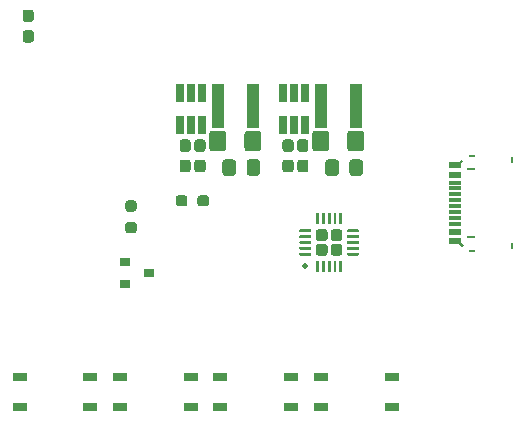
<source format=gbr>
%TF.GenerationSoftware,KiCad,Pcbnew,(5.1.9-0-10_14)*%
%TF.CreationDate,2021-05-03T18:28:47+01:00*%
%TF.ProjectId,Controller,436f6e74-726f-46c6-9c65-722e6b696361,6*%
%TF.SameCoordinates,Original*%
%TF.FileFunction,Paste,Top*%
%TF.FilePolarity,Positive*%
%FSLAX46Y46*%
G04 Gerber Fmt 4.6, Leading zero omitted, Abs format (unit mm)*
G04 Created by KiCad (PCBNEW (5.1.9-0-10_14)) date 2021-05-03 18:28:47*
%MOMM*%
%LPD*%
G01*
G04 APERTURE LIST*
%ADD10R,1.100000X3.700000*%
%ADD11R,0.650000X1.560000*%
%ADD12R,1.200000X0.800000*%
%ADD13C,0.500000*%
%ADD14R,0.900000X0.800000*%
%ADD15R,0.500000X0.200000*%
%ADD16R,0.200000X0.500000*%
%ADD17C,0.100000*%
%ADD18R,1.140000X0.600000*%
%ADD19R,1.140000X0.300000*%
G04 APERTURE END LIST*
%TO.C,R15*%
G36*
G01*
X60937500Y-113725000D02*
X60462500Y-113725000D01*
G75*
G02*
X60225000Y-113487500I0J237500D01*
G01*
X60225000Y-112987500D01*
G75*
G02*
X60462500Y-112750000I237500J0D01*
G01*
X60937500Y-112750000D01*
G75*
G02*
X61175000Y-112987500I0J-237500D01*
G01*
X61175000Y-113487500D01*
G75*
G02*
X60937500Y-113725000I-237500J0D01*
G01*
G37*
G36*
G01*
X60937500Y-115550000D02*
X60462500Y-115550000D01*
G75*
G02*
X60225000Y-115312500I0J237500D01*
G01*
X60225000Y-114812500D01*
G75*
G02*
X60462500Y-114575000I237500J0D01*
G01*
X60937500Y-114575000D01*
G75*
G02*
X61175000Y-114812500I0J-237500D01*
G01*
X61175000Y-115312500D01*
G75*
G02*
X60937500Y-115550000I-237500J0D01*
G01*
G37*
%TD*%
%TO.C,D1*%
G36*
G01*
X51762500Y-98350000D02*
X52237500Y-98350000D01*
G75*
G02*
X52475000Y-98587500I0J-237500D01*
G01*
X52475000Y-99162500D01*
G75*
G02*
X52237500Y-99400000I-237500J0D01*
G01*
X51762500Y-99400000D01*
G75*
G02*
X51525000Y-99162500I0J237500D01*
G01*
X51525000Y-98587500D01*
G75*
G02*
X51762500Y-98350000I237500J0D01*
G01*
G37*
G36*
G01*
X51762500Y-96600000D02*
X52237500Y-96600000D01*
G75*
G02*
X52475000Y-96837500I0J-237500D01*
G01*
X52475000Y-97412500D01*
G75*
G02*
X52237500Y-97650000I-237500J0D01*
G01*
X51762500Y-97650000D01*
G75*
G02*
X51525000Y-97412500I0J237500D01*
G01*
X51525000Y-96837500D01*
G75*
G02*
X51762500Y-96600000I237500J0D01*
G01*
G37*
%TD*%
%TO.C,Reg2*%
G36*
G01*
X76050000Y-108360626D02*
X76050000Y-107109374D01*
G75*
G02*
X76299374Y-106860000I249374J0D01*
G01*
X77225626Y-106860000D01*
G75*
G02*
X77475000Y-107109374I0J-249374D01*
G01*
X77475000Y-108360626D01*
G75*
G02*
X77225626Y-108610000I-249374J0D01*
G01*
X76299374Y-108610000D01*
G75*
G02*
X76050000Y-108360626I0J249374D01*
G01*
G37*
G36*
G01*
X79025000Y-108360626D02*
X79025000Y-107109374D01*
G75*
G02*
X79274374Y-106860000I249374J0D01*
G01*
X80200626Y-106860000D01*
G75*
G02*
X80450000Y-107109374I0J-249374D01*
G01*
X80450000Y-108360626D01*
G75*
G02*
X80200626Y-108610000I-249374J0D01*
G01*
X79274374Y-108610000D01*
G75*
G02*
X79025000Y-108360626I0J249374D01*
G01*
G37*
D10*
X79750000Y-104735000D03*
X76750000Y-104735000D03*
G36*
G01*
X79200000Y-110435450D02*
X79200000Y-109534550D01*
G75*
G02*
X79449550Y-109285000I249550J0D01*
G01*
X80100450Y-109285000D01*
G75*
G02*
X80350000Y-109534550I0J-249550D01*
G01*
X80350000Y-110435450D01*
G75*
G02*
X80100450Y-110685000I-249550J0D01*
G01*
X79449550Y-110685000D01*
G75*
G02*
X79200000Y-110435450I0J249550D01*
G01*
G37*
G36*
G01*
X77150000Y-110435450D02*
X77150000Y-109534550D01*
G75*
G02*
X77399550Y-109285000I249550J0D01*
G01*
X78050450Y-109285000D01*
G75*
G02*
X78300000Y-109534550I0J-249550D01*
G01*
X78300000Y-110435450D01*
G75*
G02*
X78050450Y-110685000I-249550J0D01*
G01*
X77399550Y-110685000D01*
G75*
G02*
X77150000Y-110435450I0J249550D01*
G01*
G37*
G36*
G01*
X74237500Y-110385000D02*
X73762500Y-110385000D01*
G75*
G02*
X73525000Y-110147500I0J237500D01*
G01*
X73525000Y-109547500D01*
G75*
G02*
X73762500Y-109310000I237500J0D01*
G01*
X74237500Y-109310000D01*
G75*
G02*
X74475000Y-109547500I0J-237500D01*
G01*
X74475000Y-110147500D01*
G75*
G02*
X74237500Y-110385000I-237500J0D01*
G01*
G37*
G36*
G01*
X74237500Y-108660000D02*
X73762500Y-108660000D01*
G75*
G02*
X73525000Y-108422500I0J237500D01*
G01*
X73525000Y-107822500D01*
G75*
G02*
X73762500Y-107585000I237500J0D01*
G01*
X74237500Y-107585000D01*
G75*
G02*
X74475000Y-107822500I0J-237500D01*
G01*
X74475000Y-108422500D01*
G75*
G02*
X74237500Y-108660000I-237500J0D01*
G01*
G37*
G36*
G01*
X75487500Y-110385000D02*
X75012500Y-110385000D01*
G75*
G02*
X74775000Y-110147500I0J237500D01*
G01*
X74775000Y-109547500D01*
G75*
G02*
X75012500Y-109310000I237500J0D01*
G01*
X75487500Y-109310000D01*
G75*
G02*
X75725000Y-109547500I0J-237500D01*
G01*
X75725000Y-110147500D01*
G75*
G02*
X75487500Y-110385000I-237500J0D01*
G01*
G37*
G36*
G01*
X75487500Y-108660000D02*
X75012500Y-108660000D01*
G75*
G02*
X74775000Y-108422500I0J237500D01*
G01*
X74775000Y-107822500D01*
G75*
G02*
X75012500Y-107585000I237500J0D01*
G01*
X75487500Y-107585000D01*
G75*
G02*
X75725000Y-107822500I0J-237500D01*
G01*
X75725000Y-108422500D01*
G75*
G02*
X75487500Y-108660000I-237500J0D01*
G01*
G37*
D11*
X73550000Y-106335000D03*
X74500000Y-106335000D03*
X75450000Y-106335000D03*
X75450000Y-103635000D03*
X73550000Y-103635000D03*
X74500000Y-103635000D03*
%TD*%
%TO.C,Reg1*%
G36*
G01*
X67335000Y-108360626D02*
X67335000Y-107109374D01*
G75*
G02*
X67584374Y-106860000I249374J0D01*
G01*
X68510626Y-106860000D01*
G75*
G02*
X68760000Y-107109374I0J-249374D01*
G01*
X68760000Y-108360626D01*
G75*
G02*
X68510626Y-108610000I-249374J0D01*
G01*
X67584374Y-108610000D01*
G75*
G02*
X67335000Y-108360626I0J249374D01*
G01*
G37*
G36*
G01*
X70310000Y-108360626D02*
X70310000Y-107109374D01*
G75*
G02*
X70559374Y-106860000I249374J0D01*
G01*
X71485626Y-106860000D01*
G75*
G02*
X71735000Y-107109374I0J-249374D01*
G01*
X71735000Y-108360626D01*
G75*
G02*
X71485626Y-108610000I-249374J0D01*
G01*
X70559374Y-108610000D01*
G75*
G02*
X70310000Y-108360626I0J249374D01*
G01*
G37*
D10*
X71035000Y-104735000D03*
X68035000Y-104735000D03*
G36*
G01*
X70485000Y-110435450D02*
X70485000Y-109534550D01*
G75*
G02*
X70734550Y-109285000I249550J0D01*
G01*
X71385450Y-109285000D01*
G75*
G02*
X71635000Y-109534550I0J-249550D01*
G01*
X71635000Y-110435450D01*
G75*
G02*
X71385450Y-110685000I-249550J0D01*
G01*
X70734550Y-110685000D01*
G75*
G02*
X70485000Y-110435450I0J249550D01*
G01*
G37*
G36*
G01*
X68435000Y-110435450D02*
X68435000Y-109534550D01*
G75*
G02*
X68684550Y-109285000I249550J0D01*
G01*
X69335450Y-109285000D01*
G75*
G02*
X69585000Y-109534550I0J-249550D01*
G01*
X69585000Y-110435450D01*
G75*
G02*
X69335450Y-110685000I-249550J0D01*
G01*
X68684550Y-110685000D01*
G75*
G02*
X68435000Y-110435450I0J249550D01*
G01*
G37*
G36*
G01*
X65522500Y-110385000D02*
X65047500Y-110385000D01*
G75*
G02*
X64810000Y-110147500I0J237500D01*
G01*
X64810000Y-109547500D01*
G75*
G02*
X65047500Y-109310000I237500J0D01*
G01*
X65522500Y-109310000D01*
G75*
G02*
X65760000Y-109547500I0J-237500D01*
G01*
X65760000Y-110147500D01*
G75*
G02*
X65522500Y-110385000I-237500J0D01*
G01*
G37*
G36*
G01*
X65522500Y-108660000D02*
X65047500Y-108660000D01*
G75*
G02*
X64810000Y-108422500I0J237500D01*
G01*
X64810000Y-107822500D01*
G75*
G02*
X65047500Y-107585000I237500J0D01*
G01*
X65522500Y-107585000D01*
G75*
G02*
X65760000Y-107822500I0J-237500D01*
G01*
X65760000Y-108422500D01*
G75*
G02*
X65522500Y-108660000I-237500J0D01*
G01*
G37*
G36*
G01*
X66772500Y-110385000D02*
X66297500Y-110385000D01*
G75*
G02*
X66060000Y-110147500I0J237500D01*
G01*
X66060000Y-109547500D01*
G75*
G02*
X66297500Y-109310000I237500J0D01*
G01*
X66772500Y-109310000D01*
G75*
G02*
X67010000Y-109547500I0J-237500D01*
G01*
X67010000Y-110147500D01*
G75*
G02*
X66772500Y-110385000I-237500J0D01*
G01*
G37*
G36*
G01*
X66772500Y-108660000D02*
X66297500Y-108660000D01*
G75*
G02*
X66060000Y-108422500I0J237500D01*
G01*
X66060000Y-107822500D01*
G75*
G02*
X66297500Y-107585000I237500J0D01*
G01*
X66772500Y-107585000D01*
G75*
G02*
X67010000Y-107822500I0J-237500D01*
G01*
X67010000Y-108422500D01*
G75*
G02*
X66772500Y-108660000I-237500J0D01*
G01*
G37*
D11*
X64835000Y-106335000D03*
X65785000Y-106335000D03*
X66735000Y-106335000D03*
X66735000Y-103635000D03*
X64835000Y-103635000D03*
X65785000Y-103635000D03*
%TD*%
%TO.C,R17*%
G36*
G01*
X66325000Y-113037500D02*
X66325000Y-112562500D01*
G75*
G02*
X66562500Y-112325000I237500J0D01*
G01*
X67062500Y-112325000D01*
G75*
G02*
X67300000Y-112562500I0J-237500D01*
G01*
X67300000Y-113037500D01*
G75*
G02*
X67062500Y-113275000I-237500J0D01*
G01*
X66562500Y-113275000D01*
G75*
G02*
X66325000Y-113037500I0J237500D01*
G01*
G37*
G36*
G01*
X64500000Y-113037500D02*
X64500000Y-112562500D01*
G75*
G02*
X64737500Y-112325000I237500J0D01*
G01*
X65237500Y-112325000D01*
G75*
G02*
X65475000Y-112562500I0J-237500D01*
G01*
X65475000Y-113037500D01*
G75*
G02*
X65237500Y-113275000I-237500J0D01*
G01*
X64737500Y-113275000D01*
G75*
G02*
X64500000Y-113037500I0J237500D01*
G01*
G37*
%TD*%
D12*
%TO.C,U5*%
X82770000Y-130270000D03*
X82770000Y-127730000D03*
X76770000Y-127730000D03*
X76770000Y-130270000D03*
%TD*%
%TO.C,U4*%
X74270000Y-130270000D03*
X74270000Y-127730000D03*
X68270000Y-127730000D03*
X68270000Y-130270000D03*
%TD*%
%TO.C,U3*%
X65770000Y-130270000D03*
X65770000Y-127730000D03*
X59770000Y-127730000D03*
X59770000Y-130270000D03*
%TD*%
%TO.C,U2*%
X57270000Y-130270000D03*
X57270000Y-127730000D03*
X51270000Y-127730000D03*
X51270000Y-130270000D03*
%TD*%
D13*
%TO.C,U6*%
X75475000Y-118325000D03*
G36*
G01*
X78355000Y-116205000D02*
X77845000Y-116205000D01*
G75*
G02*
X77595000Y-115955000I0J250000D01*
G01*
X77595000Y-115445000D01*
G75*
G02*
X77845000Y-115195000I250000J0D01*
G01*
X78355000Y-115195000D01*
G75*
G02*
X78605000Y-115445000I0J-250000D01*
G01*
X78605000Y-115955000D01*
G75*
G02*
X78355000Y-116205000I-250000J0D01*
G01*
G37*
G36*
G01*
X77105000Y-116205000D02*
X76595000Y-116205000D01*
G75*
G02*
X76345000Y-115955000I0J250000D01*
G01*
X76345000Y-115445000D01*
G75*
G02*
X76595000Y-115195000I250000J0D01*
G01*
X77105000Y-115195000D01*
G75*
G02*
X77355000Y-115445000I0J-250000D01*
G01*
X77355000Y-115955000D01*
G75*
G02*
X77105000Y-116205000I-250000J0D01*
G01*
G37*
G36*
G01*
X78355000Y-117455000D02*
X77845000Y-117455000D01*
G75*
G02*
X77595000Y-117205000I0J250000D01*
G01*
X77595000Y-116695000D01*
G75*
G02*
X77845000Y-116445000I250000J0D01*
G01*
X78355000Y-116445000D01*
G75*
G02*
X78605000Y-116695000I0J-250000D01*
G01*
X78605000Y-117205000D01*
G75*
G02*
X78355000Y-117455000I-250000J0D01*
G01*
G37*
G36*
G01*
X77105000Y-117455000D02*
X76595000Y-117455000D01*
G75*
G02*
X76345000Y-117205000I0J250000D01*
G01*
X76345000Y-116695000D01*
G75*
G02*
X76595000Y-116445000I250000J0D01*
G01*
X77105000Y-116445000D01*
G75*
G02*
X77355000Y-116695000I0J-250000D01*
G01*
X77355000Y-117205000D01*
G75*
G02*
X77105000Y-117455000I-250000J0D01*
G01*
G37*
G36*
G01*
X75887500Y-117450000D02*
X75012500Y-117450000D01*
G75*
G02*
X74950000Y-117387500I0J62500D01*
G01*
X74950000Y-117262500D01*
G75*
G02*
X75012500Y-117200000I62500J0D01*
G01*
X75887500Y-117200000D01*
G75*
G02*
X75950000Y-117262500I0J-62500D01*
G01*
X75950000Y-117387500D01*
G75*
G02*
X75887500Y-117450000I-62500J0D01*
G01*
G37*
G36*
G01*
X75887500Y-116950000D02*
X75012500Y-116950000D01*
G75*
G02*
X74950000Y-116887500I0J62500D01*
G01*
X74950000Y-116762500D01*
G75*
G02*
X75012500Y-116700000I62500J0D01*
G01*
X75887500Y-116700000D01*
G75*
G02*
X75950000Y-116762500I0J-62500D01*
G01*
X75950000Y-116887500D01*
G75*
G02*
X75887500Y-116950000I-62500J0D01*
G01*
G37*
G36*
G01*
X75887500Y-116450000D02*
X75012500Y-116450000D01*
G75*
G02*
X74950000Y-116387500I0J62500D01*
G01*
X74950000Y-116262500D01*
G75*
G02*
X75012500Y-116200000I62500J0D01*
G01*
X75887500Y-116200000D01*
G75*
G02*
X75950000Y-116262500I0J-62500D01*
G01*
X75950000Y-116387500D01*
G75*
G02*
X75887500Y-116450000I-62500J0D01*
G01*
G37*
G36*
G01*
X75887500Y-115950000D02*
X75012500Y-115950000D01*
G75*
G02*
X74950000Y-115887500I0J62500D01*
G01*
X74950000Y-115762500D01*
G75*
G02*
X75012500Y-115700000I62500J0D01*
G01*
X75887500Y-115700000D01*
G75*
G02*
X75950000Y-115762500I0J-62500D01*
G01*
X75950000Y-115887500D01*
G75*
G02*
X75887500Y-115950000I-62500J0D01*
G01*
G37*
G36*
G01*
X75887500Y-115450000D02*
X75012500Y-115450000D01*
G75*
G02*
X74950000Y-115387500I0J62500D01*
G01*
X74950000Y-115262500D01*
G75*
G02*
X75012500Y-115200000I62500J0D01*
G01*
X75887500Y-115200000D01*
G75*
G02*
X75950000Y-115262500I0J-62500D01*
G01*
X75950000Y-115387500D01*
G75*
G02*
X75887500Y-115450000I-62500J0D01*
G01*
G37*
G36*
G01*
X76537500Y-114800000D02*
X76412500Y-114800000D01*
G75*
G02*
X76350000Y-114737500I0J62500D01*
G01*
X76350000Y-113862500D01*
G75*
G02*
X76412500Y-113800000I62500J0D01*
G01*
X76537500Y-113800000D01*
G75*
G02*
X76600000Y-113862500I0J-62500D01*
G01*
X76600000Y-114737500D01*
G75*
G02*
X76537500Y-114800000I-62500J0D01*
G01*
G37*
G36*
G01*
X77037500Y-114800000D02*
X76912500Y-114800000D01*
G75*
G02*
X76850000Y-114737500I0J62500D01*
G01*
X76850000Y-113862500D01*
G75*
G02*
X76912500Y-113800000I62500J0D01*
G01*
X77037500Y-113800000D01*
G75*
G02*
X77100000Y-113862500I0J-62500D01*
G01*
X77100000Y-114737500D01*
G75*
G02*
X77037500Y-114800000I-62500J0D01*
G01*
G37*
G36*
G01*
X77537500Y-114800000D02*
X77412500Y-114800000D01*
G75*
G02*
X77350000Y-114737500I0J62500D01*
G01*
X77350000Y-113862500D01*
G75*
G02*
X77412500Y-113800000I62500J0D01*
G01*
X77537500Y-113800000D01*
G75*
G02*
X77600000Y-113862500I0J-62500D01*
G01*
X77600000Y-114737500D01*
G75*
G02*
X77537500Y-114800000I-62500J0D01*
G01*
G37*
G36*
G01*
X78037500Y-114800000D02*
X77912500Y-114800000D01*
G75*
G02*
X77850000Y-114737500I0J62500D01*
G01*
X77850000Y-113862500D01*
G75*
G02*
X77912500Y-113800000I62500J0D01*
G01*
X78037500Y-113800000D01*
G75*
G02*
X78100000Y-113862500I0J-62500D01*
G01*
X78100000Y-114737500D01*
G75*
G02*
X78037500Y-114800000I-62500J0D01*
G01*
G37*
G36*
G01*
X78537500Y-114800000D02*
X78412500Y-114800000D01*
G75*
G02*
X78350000Y-114737500I0J62500D01*
G01*
X78350000Y-113862500D01*
G75*
G02*
X78412500Y-113800000I62500J0D01*
G01*
X78537500Y-113800000D01*
G75*
G02*
X78600000Y-113862500I0J-62500D01*
G01*
X78600000Y-114737500D01*
G75*
G02*
X78537500Y-114800000I-62500J0D01*
G01*
G37*
G36*
G01*
X79937500Y-115450000D02*
X79062500Y-115450000D01*
G75*
G02*
X79000000Y-115387500I0J62500D01*
G01*
X79000000Y-115262500D01*
G75*
G02*
X79062500Y-115200000I62500J0D01*
G01*
X79937500Y-115200000D01*
G75*
G02*
X80000000Y-115262500I0J-62500D01*
G01*
X80000000Y-115387500D01*
G75*
G02*
X79937500Y-115450000I-62500J0D01*
G01*
G37*
G36*
G01*
X79937500Y-115950000D02*
X79062500Y-115950000D01*
G75*
G02*
X79000000Y-115887500I0J62500D01*
G01*
X79000000Y-115762500D01*
G75*
G02*
X79062500Y-115700000I62500J0D01*
G01*
X79937500Y-115700000D01*
G75*
G02*
X80000000Y-115762500I0J-62500D01*
G01*
X80000000Y-115887500D01*
G75*
G02*
X79937500Y-115950000I-62500J0D01*
G01*
G37*
G36*
G01*
X79937500Y-116450000D02*
X79062500Y-116450000D01*
G75*
G02*
X79000000Y-116387500I0J62500D01*
G01*
X79000000Y-116262500D01*
G75*
G02*
X79062500Y-116200000I62500J0D01*
G01*
X79937500Y-116200000D01*
G75*
G02*
X80000000Y-116262500I0J-62500D01*
G01*
X80000000Y-116387500D01*
G75*
G02*
X79937500Y-116450000I-62500J0D01*
G01*
G37*
G36*
G01*
X79937500Y-116950000D02*
X79062500Y-116950000D01*
G75*
G02*
X79000000Y-116887500I0J62500D01*
G01*
X79000000Y-116762500D01*
G75*
G02*
X79062500Y-116700000I62500J0D01*
G01*
X79937500Y-116700000D01*
G75*
G02*
X80000000Y-116762500I0J-62500D01*
G01*
X80000000Y-116887500D01*
G75*
G02*
X79937500Y-116950000I-62500J0D01*
G01*
G37*
G36*
G01*
X79937500Y-117450000D02*
X79062500Y-117450000D01*
G75*
G02*
X79000000Y-117387500I0J62500D01*
G01*
X79000000Y-117262500D01*
G75*
G02*
X79062500Y-117200000I62500J0D01*
G01*
X79937500Y-117200000D01*
G75*
G02*
X80000000Y-117262500I0J-62500D01*
G01*
X80000000Y-117387500D01*
G75*
G02*
X79937500Y-117450000I-62500J0D01*
G01*
G37*
G36*
G01*
X78537500Y-118850000D02*
X78412500Y-118850000D01*
G75*
G02*
X78350000Y-118787500I0J62500D01*
G01*
X78350000Y-117912500D01*
G75*
G02*
X78412500Y-117850000I62500J0D01*
G01*
X78537500Y-117850000D01*
G75*
G02*
X78600000Y-117912500I0J-62500D01*
G01*
X78600000Y-118787500D01*
G75*
G02*
X78537500Y-118850000I-62500J0D01*
G01*
G37*
G36*
G01*
X78037500Y-118850000D02*
X77912500Y-118850000D01*
G75*
G02*
X77850000Y-118787500I0J62500D01*
G01*
X77850000Y-117912500D01*
G75*
G02*
X77912500Y-117850000I62500J0D01*
G01*
X78037500Y-117850000D01*
G75*
G02*
X78100000Y-117912500I0J-62500D01*
G01*
X78100000Y-118787500D01*
G75*
G02*
X78037500Y-118850000I-62500J0D01*
G01*
G37*
G36*
G01*
X77537500Y-118850000D02*
X77412500Y-118850000D01*
G75*
G02*
X77350000Y-118787500I0J62500D01*
G01*
X77350000Y-117912500D01*
G75*
G02*
X77412500Y-117850000I62500J0D01*
G01*
X77537500Y-117850000D01*
G75*
G02*
X77600000Y-117912500I0J-62500D01*
G01*
X77600000Y-118787500D01*
G75*
G02*
X77537500Y-118850000I-62500J0D01*
G01*
G37*
G36*
G01*
X77037500Y-118850000D02*
X76912500Y-118850000D01*
G75*
G02*
X76850000Y-118787500I0J62500D01*
G01*
X76850000Y-117912500D01*
G75*
G02*
X76912500Y-117850000I62500J0D01*
G01*
X77037500Y-117850000D01*
G75*
G02*
X77100000Y-117912500I0J-62500D01*
G01*
X77100000Y-118787500D01*
G75*
G02*
X77037500Y-118850000I-62500J0D01*
G01*
G37*
G36*
G01*
X76537500Y-118850000D02*
X76412500Y-118850000D01*
G75*
G02*
X76350000Y-118787500I0J62500D01*
G01*
X76350000Y-117912500D01*
G75*
G02*
X76412500Y-117850000I62500J0D01*
G01*
X76537500Y-117850000D01*
G75*
G02*
X76600000Y-117912500I0J-62500D01*
G01*
X76600000Y-118787500D01*
G75*
G02*
X76537500Y-118850000I-62500J0D01*
G01*
G37*
%TD*%
D14*
%TO.C,Q1*%
X62200000Y-118900000D03*
X60200000Y-119850000D03*
X60200000Y-117950000D03*
%TD*%
D15*
%TO.C,J9*%
X89580000Y-108980000D03*
X89570000Y-117030000D03*
X89560000Y-110110000D03*
X89430000Y-110110000D03*
X89560000Y-115900000D03*
X89410000Y-115900000D03*
D16*
X92920000Y-116610000D03*
D17*
G36*
X88312513Y-109676066D02*
G01*
X88666066Y-109322513D01*
X88807487Y-109463934D01*
X88453934Y-109817487D01*
X88312513Y-109676066D01*
G37*
G36*
X88513934Y-116202513D02*
G01*
X88867487Y-116556066D01*
X88726066Y-116697487D01*
X88372513Y-116343934D01*
X88513934Y-116202513D01*
G37*
D16*
X92920000Y-109380000D03*
D18*
X88140000Y-115400000D03*
X88140000Y-110600000D03*
D19*
X88140000Y-112750000D03*
X88140000Y-113250000D03*
X88140000Y-112250000D03*
X88140000Y-113750000D03*
X88140000Y-111750000D03*
X88140000Y-114250000D03*
X88140000Y-111250000D03*
X88140000Y-114750000D03*
D18*
X88140000Y-109800000D03*
X88140000Y-116200000D03*
%TD*%
M02*

</source>
